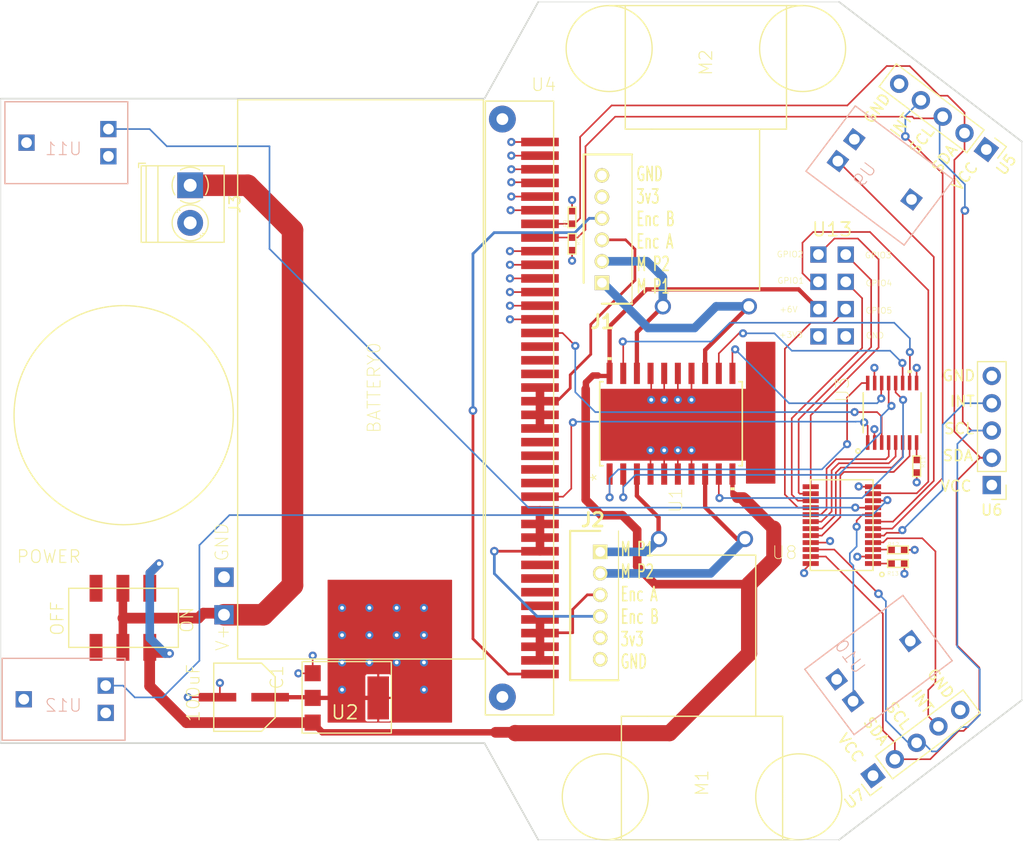
<source format=kicad_pcb>
(kicad_pcb (version 20211014) (generator pcbnew)
  (layers (0 "F.Cu" signal) (1 "In1.Cu" signal) (2 "In2.Cu" signal) (31 "B.Cu" signal) (34 "B.Paste" user) (35 "F.Paste" user) (36 "B.SilkS" user "B.Silkscreen") (37 "F.SilkS" user "F.Silkscreen") (38 "B.Mask" user) (39 "F.Mask" user) (44 "Edge.Cuts" user))
  (net 0 "")
  (net 1 "Net-(BATTERY0-Pad+)")
  (net 2 "/MR_B")
  (net 3 "/MR_A")
  (net 4 "/MR2")
  (net 5 "GND")
  (net 6 "+3V3")
  (net 7 "+5V")
  (net 8 "/MR1")
  (net 9 "/SDA")
  (net 10 "/SCL")
  (net 11 "/ML_B")
  (net 12 "Net-(R12-PadP$1)")
  (net 13 "Net-(R13-PadP$1)")
  (net 14 "/IO1")
  (net 15 "/IO2")
  (net 16 "/IO3")
  (net 17 "/IO4")
  (net 18 "/IO5")
  (net 19 "Net-(U1-Pad1)")
  (net 20 "Net-(U1-Pad2)")
  (net 21 "Net-(U1-Pad9)")
  (net 22 "Net-(U1-Pad11)")
  (net 23 "Net-(U1-Pad12)")
  (net 24 "Net-(U1-Pad19)")
  (net 25 "Net-(U3-Pad1)")
  (net 26 "Net-(U3-Pad3)")
  (net 27 "/INPUT_1")
  (net 28 "/INPUT_2")
  (net 29 "/INPUT_3")
  (net 30 "/INPUT_4")
  (net 31 "/ML_A")
  (net 32 "/ML2")
  (net 33 "/ML1")
  (net 34 "Net-(R11-PadP$1)")
  (net 45 "/XS3")
  (net 46 "/XS2")
  (net 47 "/XS1")
  (net 48 "/NW")
  (net 49 "/NE")
  (net 50 "/SW")
  (net 51 "/SE")
  (footprint "SO-20" (layer "F.Cu") (at 163.3581 105.2686 90)
    (fp_text reference "U1")
    (fp_text value "L293DD" hide)
  )
  (footprint "24-TSSOP" (layer "F.Cu") (at 182.1541 118.2861 180)
    (fp_text reference "U8")
    (fp_text value "TCA9539PWR" hide)
  )
  (footprint "" (layer "F.Cu") (at 103.5411 86.7836)
    (fp_text reference "@HOLE0" hide)
    (fp_text value "")
  )
  (footprint "Connector_PinHeader_2.54mm:PinHeader_1x05_P2.54mm_Vertical" (layer "F.Cu") (at 182.1541 138.0346 127)
    (fp_text reference "U7")
    (fp_text value "VL53L1X Left")
  )
  (footprint "" (layer "F.Cu") (at 103.5411 123.2236)
    (fp_text reference "@HOLE1" hide)
    (fp_text value "")
  )
  (footprint "TerminalBlock_Phoenix:TerminalBlock_Phoenix_PT-1,5-2-3.5-H_1x02_P3.50mm_Horizontal" (layer "F.Cu") (at 118.62 83.07 -90)
    (fp_text reference "J3")
    (fp_text value "Screw_Terminal_01x02")
  )
  (footprint "Connector_PinHeader_2.54mm:PinHeader_1x05_P2.54mm_Vertical" (layer "F.Cu") (at 192.6951 79.7416 -127)
    (fp_text reference "U5")
    (fp_text value "VL53L1X Right")
  )
  (footprint "SamacSys_Parts:SHDR6W50P0X200_1X6_1390X450X600P" (layer "F.Cu") (at 156.93 92.15 -90)
    (fp_text reference "J1")
    (fp_text value "Right Motor" hide)
  )
  (footprint "N20-MOTOR-BRACKET" (layer "F.Cu") (at 157.2411 140.0036 90)
    (fp_text reference "M1")
    (fp_text value "N20_MOTOR" hide)
  )
  (footprint "RES_0402" (layer "F.Cu") (at 154.1506 87.9331 -90)
    (fp_text reference "R10")
    (fp_text value "10k" hide)
  )
  (footprint "Connector_PinHeader_2.54mm:PinHeader_1x05_P2.54mm_Vertical" (layer "F.Cu") (at 193.2031 110.9836 180)
    (fp_text reference "U6")
    (fp_text value "VL53L1X Center")
  )
  (footprint "RES_0402" (layer "F.Cu") (at 183.8686 118.2861)
    (fp_text reference "R13")
    (fp_text value "10k" hide)
  )
  (footprint "SamacSys_Parts:SHDR6W50P0X200_1X6_1390X450X600P" (layer "F.Cu") (at 156.77 117.2 90)
    (fp_text reference "J2")
    (fp_text value "Left Motor" hide)
  )
  (footprint "CYCLONE_MICROBIT_VERTICAL" (layer "F.Cu") (at 151.1661 79.0431 -90)
    (fp_text reference "U4")
    (fp_text value "BBC Micro:bit" hide)
  )
  (footprint "N20-MOTOR-BRACKET" (layer "F.Cu") (at 175.6011 70.3436 -90)
    (fp_text reference "M2")
    (fp_text value "N20_MOTOR" hide)
  )
  (footprint "" (layer "F.Cu") (at 193.0011 118.2236)
    (fp_text reference "@HOLE3" hide)
    (fp_text value "")
  )
  (footprint "RES_0402" (layer "F.Cu") (at 154.1506 86.6631 90)
    (fp_text reference "R9")
    (fp_text value "10k" hide)
  )
  (footprint "ALUMINUM_WURTH_100UF_865080243007" (layer "F.Cu") (at 125.2581 130.7321 -90)
    (fp_text reference "C1")
    (fp_text value "100uF")
  )
  (footprint "PW16-L" (layer "F.Cu") (at 183.9321 104.2526 90)
    (fp_text reference "U3")
    (fp_text value "TXB0106PWRPW16-L" hide)
  )
  (footprint "CASTER" (layer "F.Cu") (at 112.4311 94.4736)
    (fp_text reference "U$1" hide)
    (fp_text value "CASTER" hide)
  )
  (footprint "RES_0402" (layer "F.Cu") (at 183.8686 117.0161)
    (fp_text reference "R12")
    (fp_text value "10k" hide)
  )
  (footprint "SUMO_IO" (layer "F.Cu") (at 177.0741 97.1406 90)
    (fp_text reference "U13")
    (fp_text value "SUMO_IO" hide)
  )
  (footprint "" (layer "F.Cu") (at 193.0011 91.7836)
    (fp_text reference "@HOLE2" hide)
    (fp_text value "")
  )
  (footprint "SOT-223" (layer "F.Cu") (at 136.1166 130.7956 -90)
    (fp_text reference "U2")
    (fp_text value "LM1117" hide)
  )
  (footprint "SWITCH_JS202011SCQN" (layer "F.Cu") (at 109.86 126.09 90)
    (fp_text reference "S1" hide)
    (fp_text value "POWER")
  )
  (footprint "BATTERY_HOLDER_AAA_2X2" (layer "F.Cu") (at 145.8956 127.1761 90)
    (fp_text reference "BATTERY0")
    (fp_text value "BATTERY_HOLDER_AAA_2X2" hide)
  )
  (footprint "RES_0402" (layer "F.Cu") (at 186.2181 108.6341 -90)
    (fp_text reference "R11")
    (fp_text value "10k" hide)
  )
  (footprint "QRE1113_MODULE" (layer "B.Cu") (at 180.5031 75.6776 -37)
    (fp_text reference "U9")
    (fp_text value "NW" hide)
  )
  (footprint "QRE1113_MODULE" (layer "B.Cu") (at 175.8041 128.1286 37)
    (fp_text reference "U10")
    (fp_text value "NE" hide)
  )
  (footprint "QRE1113_MODULE" (layer "B.Cu") (at 112.8121 82.9166 180)
    (fp_text reference "U11")
    (fp_text value "SW" hide)
  )
  (footprint "QRE1113_MODULE" (layer "B.Cu") (at 112.5581 134.7326 180)
    (fp_text reference "U12")
    (fp_text value "SE" hide)
  )
  (gr_line (start 101.0011 135.0036) (end 146.0011 135.0036) (layer "Edge.Cuts") (width 0.1524))
  (gr_line (start 146.0011 135.0036) (end 151.0011 144.0036) (layer "Edge.Cuts") (width 0.1524))
  (gr_line (start 146.0011 75.0036) (end 101.0011 75.0036) (layer "Edge.Cuts") (width 0.1524))
  (gr_line (start 179.0011 144.0036) (end 196.0011 131.0036) (layer "Edge.Cuts") (width 0.1524))
  (gr_line (start 196.0011 131.0036) (end 196.0011 79.0036) (layer "Edge.Cuts") (width 0.05))
  (gr_line (start 179.0011 66.0036) (end 151.0011 66.0036) (layer "Edge.Cuts") (width 0.05))
  (gr_line (start 101.0011 75.0036) (end 101.0011 135.0036) (layer "Edge.Cuts") (width 0.05))
  (gr_line (start 179.0011 66.0036) (end 196.0011 79.0036) (layer "Edge.Cuts") (width 0.1524))
  (gr_line (start 146.0011 75.0036) (end 151.0011 66.0036) (layer "Edge.Cuts") (width 0.1524))
  (gr_line (start 151.0011 144.0036) (end 179.0011 144.0036) (layer "Edge.Cuts") (width 0.05))
  (gr_text "GND\n3v3\nEnc B\nEnc A\nM P2\nM P1" (at 160.05 87.26) (layer "F.SilkS") (effects (font (size 1.3 0.8)) (justify left)))
  (gr_text "M P1\nM P2\nEnc A\nEnc B\n3v3\nGND" (at 158.58 122.19) (layer "F.SilkS") (effects (font (size 1.3 0.8)) (justify left)))
  (segment (start 121.7656 123.0561) (end 121.6195 122.91) (width 0.9) (layer "F.Cu") (net 1))
  (segment (start 118.62 83.07) (end 123.97 83.07) (width 2) (layer "F.Cu") (net 1))
  (segment (start 125.4039 123.0561) (end 121.7656 123.0561) (width 2) (layer "F.Cu") (net 1))
  (segment (start 128.14 120.32) (end 125.4039 123.0561) (width 2) (layer "F.Cu") (net 1))
  (segment (start 112.36 123.37) (end 112.36 120.59) (width 0.8) (layer "F.Cu") (net 1))
  (segment (start 119.38 123.37) (end 119.84 122.91) (width 1) (layer "F.Cu") (net 1))
  (segment (start 123.97 83.07) (end 128.14 87.24) (width 2) (layer "F.Cu") (net 1))
  (segment (start 128.14 87.24) (end 128.14 120.32) (width 2) (layer "F.Cu") (net 1))
  (segment (start 121.6195 122.91) (end 119.84 122.91) (width 1) (layer "F.Cu") (net 1))
  (segment (start 112.36 123.37) (end 119.38 123.37) (width 1) (layer "F.Cu") (net 1))
  (segment (start 112.36 126.09) (end 112.36 123.37) (width 0.8) (layer "F.Cu") (net 1))
  (segment (start 144.93 104.04) (end 144.93 125.29) (width 0.254) (layer "F.Cu") (net 2))
  (segment (start 148.2131 128.5731) (end 151.1661 128.5731) (width 0.254) (layer "F.Cu") (net 2))
  (segment (start 144.93 125.29) (end 148.2131 128.5731) (width 0.254) (layer "F.Cu") (net 2))
  (via (at 144.93 104.04) (size 0.8) (drill 0.4) (layers "F.Cu" "B.Cu") (net 2))
  (segment (start 144.93 89.45) (end 146.9 87.48) (width 0.254) (layer "B.Cu") (net 2))
  (segment (start 154.41 87.48) (end 149.68 87.48) (width 0.25) (layer "B.Cu") (net 2))
  (segment (start 156.93 86.15) (end 155.74 86.15) (width 0.25) (layer "B.Cu") (net 2))
  (segment (start 155.74 86.15) (end 154.41 87.48) (width 0.25) (layer "B.Cu") (net 2))
  (segment (start 146.9 87.48) (end 149.68 87.48) (width 0.254) (layer "B.Cu") (net 2))
  (segment (start 144.93 104.04) (end 144.93 89.45) (width 0.254) (layer "B.Cu") (net 2))
  (segment (start 155.89 96.03) (end 155.89 98.81) (width 0.254) (layer "F.Cu") (net 3))
  (segment (start 151.1661 105.7131) (end 151.1661 104.4431) (width 0.8) (layer "F.Cu") (net 3))
  (segment (start 156.93 88.15) (end 159.13 88.15) (width 0.25) (layer "F.Cu") (net 3))
  (segment (start 152.7669 103.1731) (end 151.1661 103.1731) (width 0.254) (layer "F.Cu") (net 3))
  (segment (start 159.13 88.15) (end 160 89.02) (width 0.25) (layer "F.Cu") (net 3))
  (segment (start 151.1661 104.4431) (end 151.1661 103.1731) (width 0.8) (layer "F.Cu") (net 3))
  (segment (start 151.1661 103.1731) (end 151.1661 101.9031) (width 0.8) (layer "F.Cu") (net 3))
  (segment (start 153.98 100.72) (end 153.98 101.96) (width 0.254) (layer "F.Cu") (net 3))
  (segment (start 160 91.92) (end 155.89 96.03) (width 0.254) (layer "F.Cu") (net 3))
  (segment (start 155.89 98.81) (end 153.98 100.72) (width 0.254) (layer "F.Cu") (net 3))
  (segment (start 153.98 101.96) (end 152.7669 103.1731) (width 0.254) (layer "F.Cu") (net 3))
  (segment (start 160 89.02) (end 160 91.92) (width 0.254) (layer "F.Cu") (net 3))
  (segment (start 160.1831 96.7616) (end 162.6011 94.3436) (width 0.4) (layer "F.Cu") (net 4))
  (segment (start 160.1831 100.5823) (end 160.1831 96.7616) (width 0.4) (layer "F.Cu") (net 4))
  (segment (start 161.11 90.15) (end 162.6011 91.6411) (width 0.8) (layer "B.Cu") (net 4))
  (segment (start 156.93 90.15) (end 161.11 90.15) (width 0.8) (layer "B.Cu") (net 4))
  (segment (start 162.6011 91.6411) (end 162.6011 94.3436) (width 0.8) (layer "B.Cu") (net 4))
  (segment (start 151.1661 84.1231) (end 148.4991 84.1231) (width 0.1524) (layer "F.Cu") (net 5))
  (segment (start 151.1026 82.7896) (end 148.4991 82.7896) (width 0.1524) (layer "F.Cu") (net 5))
  (segment (start 151.1661 82.8531) (end 151.1026 82.7896) (width 0.1524) (layer "F.Cu") (net 5))
  (segment (start 180.7086 117.6361) (end 180.6936 117.6511) (width 0.1524) (layer "F.Cu") (net 5))
  (segment (start 162.7231 100.5823) (end 162.7231 103.0461) (width 0.1524) (layer "F.Cu") (net 5))
  (segment (start 165.2631 100.5823) (end 165.2631 103.0461) (width 0.1524) (layer "F.Cu") (net 5))
  (segment (start 121.3846 129.3986) (end 121.3846 130.5056) (width 0.1524) (layer "F.Cu") (net 5))
  (segment (start 151.1661 81.5831) (end 148.4991 81.5831) (width 0.1524) (layer "F.Cu") (net 5))
  (segment (start 121.3846 130.5056) (end 121.1581 130.7321) (width 0.1524) (layer "F.Cu") (net 5))
  (segment (start 161.4531 109.9549) (end 161.4531 107.7451) (width 0.1524) (layer "F.Cu") (net 5))
  (segment (start 162.7231 109.9549) (end 162.7231 107.7451) (width 0.1524) (layer "F.Cu") (net 5))
  (segment (start 130.0166 126.8626) (end 130.0206 126.8586) (width 0.1524) (layer "F.Cu") (net 5))
  (segment (start 151.1661 85.3931) (end 148.4356 85.3931) (width 0.1524) (layer "F.Cu") (net 5))
  (segment (start 151.1661 79.0431) (end 148.4991 79.0431) (width 0.1524) (layer "F.Cu") (net 5))
  (segment (start 163.9931 100.5823) (end 163.9931 103.0461) (width 0.1524) (layer "F.Cu") (net 5))
  (segment (start 161.4531 100.5823) (end 161.5166 100.6458) (width 0.1524) (layer "F.Cu") (net 5))
  (segment (start 186.2071 101.4832) (end 186.2071 100.0726) (width 0.1524) (layer "F.Cu") (net 5))
  (segment (start 182.1541 117.6361) (end 180.7086 117.6361) (width 0.1524) (layer "F.Cu") (net 5))
  (segment (start 163.9931 109.9549) (end 163.9931 107.7451) (width 0.1524) (layer "F.Cu") (net 5))
  (segment (start 176.3541 116.3361) (end 178.0081 116.3361) (width 0.1524) (layer "F.Cu") (net 5))
  (segment (start 182.1541 111.1361) (end 180.8461 111.1361) (width 0.1524) (layer "F.Cu") (net 5))
  (segment (start 151.1661 80.3131) (end 148.4991 80.3131) (width 0.1524) (layer "F.Cu") (net 5))
  (segment (start 121.1581 130.7321) (end 118.4001 130.7321) (width 0.1524) (layer "F.Cu") (net 5))
  (segment (start 161.5166 100.6458) (end 161.5166 103.0461) (width 0.1524) (layer "F.Cu") (net 5))
  (segment (start 165.2631 109.9549) (end 165.2631 107.7451) (width 0.1524) (layer "F.Cu") (net 5))
  (segment (start 178.0081 116.3361) (end 178.1536 116.1906) (width 0.1524) (layer "F.Cu") (net 5))
  (segment (start 186.2071 100.0726) (end 186.2181 100.0616) (width 0.1524) (layer "F.Cu") (net 5))
  (segment (start 130.0026 128.5096) (end 130.0166 128.4956) (width 0.1524) (layer "F.Cu") (net 5))
  (segment (start 128.6871 128.5096) (end 130.0026 128.5096) (width 0.1524) (layer "F.Cu") (net 5))
  (segment (start 130.0166 128.4956) (end 130.0166 126.8626) (width 0.1524) (layer "F.Cu") (net 5))
  (segment (start 180.8461 111.1361) (end 180.8206 111.1106) (width 0.1524) (layer "F.Cu") (net 5))
  (via (at 148.4991 84.1231) (size 0.7564) (drill 0.35) (layers "F.Cu" "B.Cu") (net 5))
  (via (at 161.4531 107.7451) (size 0.7564) (drill 0.35) (layers "F.Cu" "B.Cu") (net 5))
  (via (at 148.4991 81.5831) (size 0.7564) (drill 0.35) (layers "F.Cu" "B.Cu") (net 5))
  (via (at 118.4001 130.7321) (size 0.7564) (drill 0.35) (layers "F.Cu" "B.Cu") (net 5))
  (via (at 121.3846 129.3986) (size 0.7564) (drill 0.35) (layers "F.Cu" "B.Cu") (net 5))
  (via (at 186.2181 100.0616) (size 0.7564) (drill 0.35) (layers "F.Cu" "B.Cu") (net 5))
  (via (at 180.6936 117.6511) (size 0.7564) (drill 0.35) (layers "F.Cu" "B.Cu") (net 5))
  (via (at 163.9931 107.7451) (size 0.7564) (drill 0.35) (layers "F.Cu" "B.Cu") (net 5))
  (via (at 148.4991 80.3131) (size 0.7564) (drill 0.35) (layers "F.Cu" "B.Cu") (net 5))
  (via (at 165.2631 107.7451) (size 0.7564) (drill 0.35) (layers "F.Cu" "B.Cu") (net 5))
  (via (at 130.0206 126.8586) (size 0.7564) (drill 0.35) (layers "F.Cu" "B.Cu") (net 5))
  (via (at 165.2631 103.0461) (size 0.7564) (drill 0.35) (layers "F.Cu" "B.Cu") (net 5))
  (via (at 161.5166 103.0461) (size 0.7564) (drill 0.35) (layers "F.Cu" "B.Cu") (net 5))
  (via (at 162.7231 103.0461) (size 0.7564) (drill 0.35) (layers "F.Cu" "B.Cu") (net 5))
  (via (at 148.4356 85.3931) (size 0.7564) (drill 0.35) (layers "F.Cu" "B.Cu") (net 5))
  (via (at 178.1536 116.1906) (size 0.7564) (drill 0.35) (layers "F.Cu" "B.Cu") (net 5))
  (via (at 128.6871 128.5096) (size 0.7564) (drill 0.35) (layers "F.Cu" "B.Cu") (net 5))
  (via (at 162.7231 107.7451) (size 0.7564) (drill 0.35) (layers "F.Cu" "B.Cu") (net 5))
  (via (at 163.9931 103.0461) (size 0.7564) (drill 0.35) (layers "F.Cu" "B.Cu") (net 5))
  (via (at 180.8206 111.1106) (size 0.7564) (drill 0.35) (layers "F.Cu" "B.Cu") (net 5))
  (via (at 148.4991 82.7896) (size 0.7564) (drill 0.35) (layers "F.Cu" "B.Cu") (net 5))
  (via (at 148.4991 79.0431) (size 0.7564) (drill 0.35) (layers "F.Cu" "B.Cu") (net 5))
  (segment (start 182.2811 106.996) (end 182.2811 105.7766) (width 0.1524) (layer "F.Cu") (net 6))
  (segment (start 151.1661 95.5531) (end 148.3721 95.5531) (width 0.1524) (layer "F.Cu") (net 6))
  (segment (start 151.1661 93.0131) (end 148.3721 93.0131) (width 0.1524) (layer "F.Cu") (net 6))
  (segment (start 151.1661 89.2031) (end 148.3721 89.2031) (width 0.1524) (layer "F.Cu") (net 6))
  (segment (start 186.2181 109.8281) (end 186.2181 110.7296) (width 0.1524) (layer "F.Cu") (net 6))
  (segment (start 154.1506 89.1271) (end 154.1506 90.0921) (width 0.1524) (layer "F.Cu") (net 6))
  (segment (start 185.0751 118.2986) (end 185.0751 119.2386) (width 0.1524) (layer "F.Cu") (net 6))
  (segment (start 182.3071 107.022) (end 182.2811 106.996) (width 0.1524) (layer "F.Cu") (net 6))
  (segment (start 185.0626 117.0161) (end 186.0276 117.0161) (width 0.1524) (layer "F.Cu") (net 6))
  (segment (start 151.1661 91.7431) (end 148.3721 91.7431) (width 0.1524) (layer "F.Cu") (net 6))
  (segment (start 185.0626 118.2861) (end 185.0751 118.2986) (width 0.1524) (layer "F.Cu") (net 6))
  (segment (start 130.0166 130.7956) (end 136.1166 130.7956) (width 0.4) (layer "F.Cu") (net 6))
  (segment (start 175.7406 118.8996) (end 175.7406 119.1751) (width 0.1524) (layer "F.Cu") (net 6))
  (segment (start 129.9531 130.7321) (end 126.0581 130.7321) (width 0.4) (layer "F.Cu") (net 6))
  (segment (start 151.1661 90.4731) (end 148.3721 90.4731) (width 0.1524) (layer "F.Cu") (net 6))
  (segment (start 176.3541 118.2861) (end 175.7406 118.8996) (width 0.1524) (layer "F.Cu") (net 6))
  (segment (start 154.1506 85.4691) (end 154.1506 84.4406) (width 0.1524) (layer "F.Cu") (net 6))
  (segment (start 151.1661 94.2831) (end 148.3721 94.2831) (width 0.1524) (layer "F.Cu") (net 6))
  (segment (start 129.9531 130.7321) (end 130.0166 130.7956) (width 0.1524) (layer "F.Cu") (net 6))
  (via (at 186.2181 110.7296) (size 0.7564) (drill 0.35) (layers "F.Cu" "B.Cu") (net 6))
  (via (at 148.3721 90.4731) (size 0.7564) (drill 0.35) (layers "F.Cu" "B.Cu") (net 6))
  (via (at 137.8311 124.9536) (size 0.7564) (drill 0.35) (layers "F.Cu" "B.Cu") (net 6))
  (via (at 135.2911 124.9536) (size 0.7564) (drill 0.35) (layers "F.Cu" "B.Cu") (net 6))
  (via (at 182.2811 105.7766) (size 0.7564) (drill 0.35) (layers "F.Cu" "B.Cu") (net 6))
  (via (at 154.1506 84.4406) (size 0.7564) (drill 0.35) (layers "F.Cu" "B.Cu") (net 6))
  (via (at 140.3711 130.0336) (size 0.7564) (drill 0.35) (layers "F.Cu" "B.Cu") (net 6))
  (via (at 140.3711 124.9536) (size 0.7564) (drill 0.35) (layers "F.Cu" "B.Cu") (net 6))
  (via (at 135.2911 127.4936) (size 0.7564) (drill 0.35) (layers "F.Cu" "B.Cu") (net 6))
  (via (at 135.2911 122.4136) (size 0.7564) (drill 0.35) (layers "F.Cu" "B.Cu") (net 6))
  (via (at 148.3721 91.7431) (size 0.7564) (drill 0.35) (layers "F.Cu" "B.Cu") (net 6))
  (via (at 132.7511 127.4936) (size 0.7564) (drill 0.35) (layers "F.Cu" "B.Cu") (net 6))
  (via (at 148.3721 95.5531) (size 0.7564) (drill 0.35) (layers "F.Cu" "B.Cu") (net 6))
  (via (at 137.8311 122.4136) (size 0.7564) (drill 0.35) (layers "F.Cu" "B.Cu") (net 6))
  (via (at 185.0751 119.2386) (size 0.7564) (drill 0.35) (layers "F.Cu" "B.Cu") (net 6))
  (via (at 154.1506 90.0921) (size 0.7564) (drill 0.35) (layers "F.Cu" "B.Cu") (net 6))
  (via (at 132.7511 124.9536) (size 0.7564) (drill 0.35) (layers "F.Cu" "B.Cu") (net 6))
  (via (at 175.7406 119.1751) (size 0.7564) (drill 0.35) (layers "F.Cu" "B.Cu") (net 6))
  (via (at 140.3711 122.4136) (size 0.7564) (drill 0.35) (layers "F.Cu" "B.Cu") (net 6))
  (via (at 140.3711 127.4936) (size 0.7564) (drill 0.35) (layers "F.Cu" "B.Cu") (net 6))
  (via (at 132.7511 130.0336) (size 0.7564) (drill 0.35) (layers "F.Cu" "B.Cu") (net 6))
  (via (at 137.8311 127.4936) (size 0.7564) (drill 0.35) (layers "F.Cu" "B.Cu") (net 6))
  (via (at 148.3721 89.2031) (size 0.7564) (drill 0.35) (layers "F.Cu" "B.Cu") (net 6))
  (via (at 132.7511 122.4136) (size 0.7564) (drill 0.35) (layers "F.Cu" "B.Cu") (net 6))
  (via (at 186.0276 117.0161) (size 0.7564) (drill 0.35) (layers "F.Cu" "B.Cu") (net 6))
  (via (at 148.3721 93.0131) (size 0.7564) (drill 0.35) (layers "F.Cu" "B.Cu") (net 6))
  (via (at 148.3721 94.2831) (size 0.7564) (drill 0.35) (layers "F.Cu" "B.Cu") (net 6))
  (segment (start 160.21 115.17) (end 160.21 118.56) (width 0.8) (layer "F.Cu") (net 7))
  (segment (start 157.6431 100.5823) (end 157.4018 100.8236) (width 0.1524) (layer "F.Cu") (net 7))
  (segment (start 161.86 120.21) (end 170.62 120.21) (width 0.8) (layer "F.Cu") (net 7))
  (segment (start 148.77 134) (end 147.03 134) (width 1) (layer "F.Cu") (net 7))
  (segment (start 163.22 134.08) (end 170.62 126.68) (width 1.5) (layer "F.Cu") (net 7))
  (segment (start 130.0166 133.0956) (end 130.5412 133.6202) (width 0.1524) (layer "F.Cu") (net 7))
  (segment (start 157.4018 100.8236) (end 156.7364 100.8236) (width 0.4) (layer "F.Cu") (net 7))
  (segment (start 114.86 119.62) (end 114.86 119.17) (width 0.8) (layer "F.Cu") (net 7))
  (segment (start 114.85 129.69) (end 114.85 126.1) (width 1) (layer "F.Cu") (net 7))
  (segment (start 130.0166 133.0956) (end 118.2556 133.0956) (width 1) (layer "F.Cu") (net 7))
  (segment (start 170.62 126.68) (end 170.62 120.21) (width 1.5) (layer "F.Cu") (net 7))
  (segment (start 148.85 134.06) (end 148.87 134.08) (width 1.5) (layer "F.Cu") (net 7))
  (segment (start 169.0731 111.7331) (end 169.22 111.88) (width 0.4) (layer "F.Cu") (net 7))
  (segment (start 161.0809 92.7591) (end 157.6431 96.1969) (width 0.4) (layer "F.Cu") (net 7))
  (segment (start 169.0731 109.9549) (end 169.0731 111.7331) (width 0.4) (layer "F.Cu") (net 7))
  (segment (start 172.9169 117.9131) (end 172.9169 114.9869) (width 1.4) (layer "F.Cu") (net 7))
  (segment (start 130.5412 133.6202) (end 130.921 134) (width 0.6) (layer "F.Cu") (net 7))
  (segment (start 130.921 134) (end 147.03 134) (width 0.6) (layer "F.Cu") (net 7))
  (segment (start 169.22 111.88) (end 169.4331 112.0931) (width 0.7) (layer "F.Cu") (net 7))
  (segment (start 160.21 118.56) (end 161.86 120.21) (width 0.8) (layer "F.Cu") (net 7))
  (segment (start 172.9938 115.1438) (end 170.21 112.36) (width 1.2) (layer "F.Cu") (net 7))
  (segment (start 155.44 101.42) (end 155.44 101.96) (width 0.6) (layer "F.Cu") (net 7))
  (segment (start 114.86 119.17) (end 115.73 118.3) (width 0.8) (layer "F.Cu") (net 7))
  (segment (start 182.2811 101.457197) (end 182.2811 100.0616) (width 0.1524) (layer "F.Cu") (net 7))
  (segment (start 114.85 126.66) (end 114.85 129.69) (width 0.8) (layer "F.Cu") (net 7))
  (segment (start 156.87 113.79) (end 158.83 113.79) (width 0.8) (layer "F.Cu") (net 7))
  (segment (start 114.85 126.1) (end 114.86 126.09) (width 1) (layer "F.Cu") (net 7))
  (segment (start 170.62 120.21) (end 172.9169 117.9131) (width 1.5) (layer "F.Cu") (net 7))
  (segment (start 177.0741 94.6006) (end 175.2326 92.7591) (width 0.4) (layer "F.Cu") (net 7))
  (segment (start 118.2556 133.0956) (end 114.85 129.69) (width 1) (layer "F.Cu") (net 7))
  (segment (start 169.525 112.15) (end 170.115 112.15) (width 1) (layer "F.Cu") (net 7))
  (segment (start 114.86 120.59) (end 114.86 119.62) (width 0.8) (layer "F.Cu") (net 7))
  (segment (start 155.42 112.34) (end 156.87 113.79) (width 0.8) (layer "F.Cu") (net 7))
  (segment (start 156.084575 100.785425) (end 155.455425 101.414575) (width 0.6) (layer "F.Cu") (net 7))
  (segment (start 116.7 126.66) (end 114.85 126.66) (width 0.8) (layer "F.Cu") (net 7))
  (segment (start 148.87 134.08) (end 163.22 134.08) (width 1.5) (layer "F.Cu") (net 7))
  (segment (start 155.42 102.04) (end 155.42 112.34) (width 0.8) (layer "F.Cu") (net 7))
  (segment (start 182.307103 101.4832) (end 182.2811 101.457197) (width 0.1524) (layer "F.Cu") (net 7))
  (segment (start 158.83 113.79) (end 160.21 115.17) (width 0.8) (layer "F.Cu") (net 7))
  (segment (start 175.2326 92.7591) (end 161.0809 92.7591) (width 0.4) (layer "F.Cu") (net 7))
  (segment (start 157.6431 96.1969) (end 157.6431 100.5823) (width 0.4) (layer "F.Cu") (net 7))
  (segment (start 156.56915 100.78085) (end 156.13915 100.78085) (width 0.6) (layer "F.Cu") (net 7))
  (via (at 116.7 126.66) (size 0.8) (drill 0.4) (layers "F.Cu" "B.Cu") (net 7))
  (via (at 115.73 118.3) (size 0.8) (drill 0.4) (layers "F.Cu" "B.Cu") (net 7))
  (via (at 182.2811 100.0616) (size 0.7564) (drill 0.35) (layers "F.Cu" "B.Cu") (net 7))
  (segment (start 114.86 119.17) (end 114.86 125.23) (width 0.8) (layer "B.Cu") (net 7))
  (segment (start 114.86 125.23) (end 116.29 126.66) (width 0.8) (layer "B.Cu") (net 7))
  (segment (start 116.29 126.66) (end 116.7 126.66) (width 0.8) (layer "B.Cu") (net 7))
  (segment (start 115.73 118.3) (end 114.86 119.17) (width 0.8) (layer "B.Cu") (net 7))
  (segment (start 166.5331 100.5823) (end 166.5331 98.4116) (width 0.4) (layer "F.Cu") (net 8))
  (segment (start 166.5331 98.4116) (end 170.6011 94.3436) (width 0.4) (layer "F.Cu") (net 8))
  (segment (start 167.5564 94.3436) (end 170.6011 94.3436) (width 0.8) (layer "B.Cu") (net 8))
  (segment (start 161.23 96.36) (end 165.54 96.36) (width 0.8) (layer "B.Cu") (net 8))
  (segment (start 156.93 92.15) (end 157.02 92.15) (width 0.8) (layer "B.Cu") (net 8))
  (segment (start 157.02 92.15) (end 161.23 96.36) (width 0.8) (layer "B.Cu") (net 8))
  (segment (start 165.54 96.36) (end 167.5564 94.3436) (width 0.8) (layer "B.Cu") (net 8))
  (segment (start 190.666566 79.763434) (end 189.72 80.71) (width 0.1524) (layer "F.Cu") (net 9))
  (segment (start 190.11 133.87) (end 187.47401 136.50599) (width 0.1524) (layer "F.Cu") (net 9))
  (segment (start 154.9 86.14) (end 154.9 78.57) (width 0.1524) (layer "F.Cu") (net 9))
  (segment (start 176.3541 117.6361) (end 177.7576 117.6361) (width 0.1524) (layer "F.Cu") (net 9))
  (segment (start 184.182634 134.942634) (end 184.182634 136.50599) (width 0.1524) (layer "F.Cu") (net 9))
  (segment (start 154.9 78.57) (end 157.83 75.64) (width 0.1524) (layer "F.Cu") (net 9))
  (segment (start 190.666566 78.21299) (end 190.666566 79.763434) (width 0.1524) (layer "F.Cu") (net 9))
  (segment (start 154.1506 86.6631) (end 154.3769 86.6631) (width 0.1524) (layer "F.Cu") (net 9))
  (segment (start 190.666566 76.306566) (end 190.666566 78.21299) (width 0.1524) (layer "F.Cu") (net 9))
  (segment (start 183.07 133.83) (end 184.182634 134.942634) (width 0.1524) (layer "F.Cu") (net 9))
  (segment (start 181.13075 121.00925) (end 183.07 122.9485) (width 0.1524) (layer "F.Cu") (net 9))
  (segment (start 192.1636 108.4436) (end 193.2031 108.4436) (width 0.1524) (layer "F.Cu") (net 9))
  (segment (start 189.72 106) (end 192.1636 108.4436) (width 0.1524) (layer "F.Cu") (net 9))
  (segment (start 183.07 122.9485) (end 183.07 133.83) (width 0.1524) (layer "F.Cu") (net 9))
  (segment (start 187.47401 136.50599) (end 184.182634 136.50599) (width 0.1524) (layer "F.Cu") (net 9))
  (segment (start 189.09 74.73) (end 190.666566 76.306566) (width 0.1524) (layer "F.Cu") (net 9))
  (segment (start 189.93 110.6) (end 189.93 125.86) (width 0.1524) (layer "F.Cu") (net 9))
  (segment (start 183.43 71.97) (end 185.56 71.97) (width 0.1524) (layer "F.Cu") (net 9))
  (segment (start 190.58 133.87) (end 190.11 133.87) (width 0.1524) (layer "F.Cu") (net 9))
  (segment (start 189.93 125.86) (end 192.04 127.97) (width 0.1524) (layer "F.Cu") (net 9))
  (segment (start 177.7576 117.6361) (end 181.13075 121.00925) (width 0.1524) (layer "F.Cu") (net 9))
  (segment (start 192.04 132.41) (end 190.58 133.87) (width 0.1524) (layer "F.Cu") (net 9))
  (segment (start 189.72 80.71) (end 189.72 106) (width 0.1524) (layer "F.Cu") (net 9))
  (segment (start 151.1661 86.6631) (end 154.1506 86.6631) (width 0.1524) (layer "F.Cu") (net 9))
  (segment (start 192.0864 108.4436) (end 189.93 110.6) (width 0.1524) (layer "F.Cu") (net 9))
  (segment (start 193.2031 108.4436) (end 192.0864 108.4436) (width 0.1524) (layer "F.Cu") (net 9))
  (segment (start 188.32 74.73) (end 189.09 74.73) (width 0.1524) (layer "F.Cu") (net 9))
  (segment (start 185.56 71.97) (end 188.32 74.73) (width 0.1524) (layer "F.Cu") (net 9))
  (segment (start 192.04 127.97) (end 192.04 132.41) (width 0.1524) (layer "F.Cu") (net 9))
  (segment (start 179.76 75.64) (end 183.43 71.97) (width 0.1524) (layer "F.Cu") (net 9))
  (segment (start 157.83 75.64) (end 179.76 75.64) (width 0.1524) (layer "F.Cu") (net 9))
  (segment (start 154.3769 86.6631) (end 154.9 86.14) (width 0.1524) (layer "F.Cu") (net 9))
  (segment (start 155.4 79.45) (end 158.165618 76.684382) (width 0.1524) (layer "F.Cu") (net 10))
  (segment (start 190.7 85.42) (end 190.5 85.62) (width 0.1524) (layer "F.Cu") (net 10))
  (segment (start 178.5461 116.9861) (end 182.66 121.1) (width 0.1524) (layer "F.Cu") (net 10))
  (segment (start 176.3541 116.9861) (end 178.5461 116.9861) (width 0.1524) (layer "F.Cu") (net 10))
  (segment (start 185.814382 76.684382) (end 185.97 76.84) (width 0.1524) (layer "F.Cu") (net 10))
  (segment (start 155.4 87.2062) (end 155.4 79.45) (width 0.1524) (layer "F.Cu") (net 10))
  (segment (start 190.5 85.62) (end 190.5 105.08) (width 0.1524) (layer "F.Cu") (net 10))
  (segment (start 158.165618 76.684382) (end 185.814382 76.684382) (width 0.1524) (layer "F.Cu") (net 10))
  (segment (start 188.482412 76.84) (end 188.638032 76.68438) (width 0.1524) (layer "F.Cu") (net 10))
  (segment (start 190.5 105.08) (end 191.3236 105.9036) (width 0.1524) (layer "F.Cu") (net 10))
  (segment (start 185.97 76.84) (end 188.482412 76.84) (width 0.1524) (layer "F.Cu") (net 10))
  (segment (start 154.6731 87.9331) (end 155.4 87.2062) (width 0.1524) (layer "F.Cu") (net 10))
  (segment (start 191.3236 105.9036) (end 193.2031 105.9036) (width 0.1524) (layer "F.Cu") (net 10))
  (segment (start 154.1506 87.9331) (end 154.6731 87.9331) (width 0.1524) (layer "F.Cu") (net 10))
  (segment (start 151.1661 87.9331) (end 154.1506 87.9331) (width 0.1524) (layer "F.Cu") (net 10))
  (via (at 182.66 121.1) (size 0.8) (drill 0.4) (layers "F.Cu" "B.Cu") (net 10))
  (via (at 190.7 85.42) (size 0.8) (drill 0.4) (layers "F.Cu" "B.Cu") (net 10))
  (segment (start 188.35 80.64) (end 188.35 76.972412) (width 0.1524) (layer "B.Cu") (net 10))
  (segment (start 190 126.03) (end 190 107.15) (width 0.1524) (layer "B.Cu") (net 10))
  (segment (start 187.64 135.78) (end 188.09 135.78) (width 0.1524) (layer "B.Cu") (net 10))
  (segment (start 190.36 133.51) (end 190.99 133.51) (width 0.1524) (layer "B.Cu") (net 10))
  (segment (start 190.7 82.99) (end 188.35 80.64) (width 0.1524) (layer "B.Cu") (net 10))
  (segment (start 191.2464 105.9036) (end 193.2031 105.9036) (width 0.1524) (layer "B.Cu") (net 10))
  (segment (start 192.09 132.39) (end 192.09 128.12) (width 0.1524) (layer "B.Cu") (net 10))
  (segment (start 182.66 121.1) (end 183.35 121.79) (width 0.1524) (layer "B.Cu") (net 10))
  (segment (start 188.35 76.972412) (end 188.638032 76.68438) (width 0.1524) (layer "B.Cu") (net 10))
  (segment (start 185.43738 134.97738) (end 186.211168 134.97738) (width 0.1524) (layer "B.Cu") (net 10))
  (segment (start 190.99 133.51) (end 190.98 133.5) (width 0.1524) (layer "B.Cu") (net 10))
  (segment (start 190.98 133.5) (end 192.09 132.39) (width 0.1524) (layer "B.Cu") (net 10))
  (segment (start 190 107.15) (end 191.2464 105.9036) (width 0.1524) (layer "B.Cu") (net 10))
  (segment (start 188.09 135.78) (end 190.36 133.51) (width 0.1524) (layer "B.Cu") (net 10))
  (segment (start 183.35 121.79) (end 183.35 132.89) (width 0.1524) (layer "B.Cu") (net 10))
  (segment (start 186.211168 134.97738) (end 186.83738 134.97738) (width 0.1524) (layer "B.Cu") (net 10))
  (segment (start 190.7 85.42) (end 190.7 82.99) (width 0.1524) (layer "B.Cu") (net 10))
  (segment (start 192.09 128.12) (end 190 126.03) (width 0.1524) (layer "B.Cu") (net 10))
  (segment (start 183.35 132.89) (end 185.43738 134.97738) (width 0.1524) (layer "B.Cu") (net 10))
  (segment (start 186.83738 134.97738) (end 187.64 135.78) (width 0.1524) (layer "B.Cu") (net 10))
  (segment (start 151.1661 117.1431) (end 151.1661 115.8731) (width 0.8) (layer "F.Cu") (net 11))
  (segment (start 151.163 117.14) (end 151.1661 117.1431) (width 0.254) (layer "F.Cu") (net 11))
  (segment (start 151.1661 115.8731) (end 151.1661 114.6031) (width 0.8) (layer "F.Cu") (net 11))
  (segment (start 146.92 117.14) (end 151.163 117.14) (width 0.254) (layer "F.Cu") (net 11))
  (segment (start 151.1661 114.6031) (end 151.1661 113.3331) (width 0.8) (layer "F.Cu") (net 11))
  (via (at 146.92 117.14) (size 0.8) (drill 0.4) (layers "F.Cu" "B.Cu") (net 11))
  (segment (start 156.77 123.2) (end 150.89 123.2) (width 0.25) (layer "B.Cu") (net 11))
  (segment (start 146.92 119.23) (end 146.92 117.14) (width 0.254) (layer "B.Cu") (net 11))
  (segment (start 150.89 123.2) (end 146.92 119.23) (width 0.25) (layer "B.Cu") (net 11))
  (segment (start 183.8386 116.9861) (end 183.8686 117.0161) (width 0.1524) (layer "F.Cu") (net 12))
  (segment (start 182.1541 116.9861) (end 183.8386 116.9861) (width 0.1524) (layer "F.Cu") (net 12))
  (segment (start 182.1541 118.2861) (end 183.8686 118.2861) (width 0.1524) (layer "F.Cu") (net 13))
  (segment (start 176.59 87.42) (end 181.87 87.42) (width 0.1524) (layer "F.Cu") (net 14))
  (segment (start 187.2976 92.8476) (end 187.2976 110.6661) (width 0.1524) (layer "F.Cu") (net 14))
  (segment (start 186.2181 111.7456) (end 182.1946 111.7456) (width 0.1524) (layer "F.Cu") (net 14))
  (segment (start 182.1946 111.7456) (end 182.1541 111.7861) (width 0.1524) (layer "F.Cu") (net 14))
  (segment (start 177.0741 92.0606) (end 176.3906 92.0606) (width 0.1524) (layer "F.Cu") (net 14))
  (segment (start 187.2976 110.6661) (end 186.2181 111.7456) (width 0.1524) (layer "F.Cu") (net 14))
  (segment (start 175.59 88.42) (end 176.59 87.42) (width 0.1524) (layer "F.Cu") (net 14))
  (segment (start 181.87 87.42) (end 187.2976 92.8476) (width 0.1524) (layer "F.Cu") (net 14))
  (segment (start 175.59 91.26) (end 175.59 88.42) (width 0.1524) (layer "F.Cu") (net 14))
  (segment (start 176.3906 92.0606) (end 175.59 91.26) (width 0.1524) (layer "F.Cu") (net 14))
  (segment (start 182.67 89.96) (end 180.74 88.03) (width 0.1524) (layer "F.Cu") (net 15))
  (segment (start 176.3541 104.4859) (end 182.67 98.17) (width 0.1524) (layer "F.Cu") (net 15))
  (segment (start 178.5647 88.03) (end 177.0741 89.5206) (width 0.1524) (layer "F.Cu") (net 15))
  (segment (start 180.74 88.03) (end 178.5647 88.03) (width 0.1524) (layer "F.Cu") (net 15))
  (segment (start 176.3541 111.1361) (end 176.3541 104.4859) (width 0.1524) (layer "F.Cu") (net 15))
  (segment (start 182.67 98.17) (end 182.67 89.96) (width 0.1524) (layer "F.Cu") (net 15))
  (segment (start 175.3366 111.7861) (end 175.2326 111.6821) (width 0.1524) (layer "F.Cu") (net 16))
  (segment (start 181.98 91.8865) (end 179.6141 89.5206) (width 0.1524) (layer "F.Cu") (net 16))
  (segment (start 175.2326 111.6821) (end 175.2326 104.8774) (width 0.1524) (layer "F.Cu") (net 16))
  (segment (start 181.98 98.13) (end 181.98 91.8865) (width 0.1524) (layer "F.Cu") (net 16))
  (segment (start 176.3541 111.7861) (end 175.3366 111.7861) (width 0.1524) (layer "F.Cu") (net 16))
  (segment (start 175.2326 104.8774) (end 181.98 98.13) (width 0.1524) (layer "F.Cu") (net 16))
  (segment (start 175.1611 112.4361) (end 174.59 111.865) (width 0.1524) (layer "F.Cu") (net 17))
  (segment (start 181.1381 93.5846) (end 179.6141 92.0606) (width 0.1524) (layer "F.Cu") (net 17))
  (segment (start 181.1381 98.21975) (end 181.1381 93.5846) (width 0.1524) (layer "F.Cu") (net 17))
  (segment (start 176.3541 112.4361) (end 175.1611 112.4361) (width 0.1524) (layer "F.Cu") (net 17))
  (segment (start 174.59 111.865) (end 174.59 104.76785) (width 0.1524) (layer "F.Cu") (net 17))
  (segment (start 174.59 104.76785) (end 181.1381 98.21975) (width 0.1524) (layer "F.Cu") (net 17))
  (segment (start 173.95 111.86) (end 173.95 98.2962) (width 0.1524) (layer "F.Cu") (net 18))
  (segment (start 179.6141 94.6641) (end 179.6141 94.6006) (width 0.1524) (layer "F.Cu") (net 18))
  (segment (start 178.4076 95.8706) (end 179.6141 94.6641) (width 0.1524) (layer "F.Cu") (net 18))
  (segment (start 173.95 98.2962) (end 176.3756 95.8706) (width 0.1524) (layer "F.Cu") (net 18))
  (segment (start 176.3541 113.0861) (end 175.1761 113.0861) (width 0.1524) (layer "F.Cu") (net 18))
  (segment (start 175.1761 113.0861) (end 173.95 111.86) (width 0.1524) (layer "F.Cu") (net 18))
  (segment (start 176.3756 95.8706) (end 178.4076 95.8706) (width 0.1524) (layer "F.Cu") (net 18))
  (segment (start 157.6431 109.9549) (end 157.6431 112.1266) (width 0.1524) (layer "F.Cu") (net 19))
  (segment (start 181.0968 101.4832) (end 179.7411 102.8389) (width 0.1524) (layer "F.Cu") (net 19))
  (segment (start 179.7411 102.8389) (end 179.7411 107.1736) (width 0.1524) (layer "F.Cu") (net 19))
  (segment (start 181.6571 101.4832) (end 181.0968 101.4832) (width 0.1524) (layer "F.Cu") (net 19))
  (via (at 157.6431 112.1266) (size 0.7564) (drill 0.35) (layers "F.Cu" "B.Cu") (net 19))
  (via (at 179.7411 107.1736) (size 0.7564) (drill 0.35) (layers "F.Cu" "B.Cu") (net 19))
  (segment (start 158.4686 109.5231) (end 157.6431 110.3486) (width 0.1524) (layer "B.Cu") (net 19))
  (segment (start 157.6431 110.3486) (end 157.6431 112.1266) (width 0.1524) (layer "B.Cu") (net 19))
  (segment (start 177.3916 109.5231) (end 158.4686 109.5231) (width 0.1524) (layer "B.Cu") (net 19))
  (segment (start 179.7411 107.1736) (end 177.3916 109.5231) (width 0.1524) (layer "B.Cu") (net 19))
  (segment (start 183.607103 103.356104) (end 183.8686 103.6176) (width 0.1524) (layer "F.Cu") (net 20))
  (segment (start 183.607103 101.4832) (end 183.607103 103.356104) (width 0.1524) (layer "F.Cu") (net 20))
  (segment (start 158.9131 109.9549) (end 158.9131 112.1266) (width 0.1524) (layer "F.Cu") (net 20))
  (via (at 158.9131 112.1266) (size 0.7564) (drill 0.35) (layers "F.Cu" "B.Cu") (net 20))
  (via (at 183.8686 103.6176) (size 0.7564) (drill 0.35) (layers "F.Cu" "B.Cu") (net 20))
  (segment (start 182.8879 106.09145) (end 178.94825 110.0311) (width 0.1524) (layer "B.Cu") (net 20))
  (segment (start 182.8879 104.5983) (end 182.8879 106.09145) (width 0.1524) (layer "B.Cu") (net 20))
  (segment (start 158.9131 111.1741) (end 158.9131 112.1266) (width 0.1524) (layer "B.Cu") (net 20))
  (segment (start 178.94825 110.0311) (end 160.0561 110.0311) (width 0.1524) (layer "B.Cu") (net 20))
  (segment (start 183.8686 103.6176) (end 182.8879 104.5983) (width 0.1524) (layer "B.Cu") (net 20))
  (segment (start 160.0561 110.0311) (end 158.9131 111.1741) (width 0.1524) (layer "B.Cu") (net 20))
  (segment (start 167.8031 112.1266) (end 167.8031 109.9549) (width 0.1524) (layer "F.Cu") (net 21))
  (segment (start 184.2571 102.3551) (end 184.9481 103.0461) (width 0.1524) (layer "F.Cu") (net 21))
  (segment (start 167.8666 112.1901) (end 167.8031 112.1266) (width 0.1524) (layer "F.Cu") (net 21))
  (segment (start 184.2571 101.4832) (end 184.2571 102.3551) (width 0.1524) (layer "F.Cu") (net 21))
  (via (at 167.8666 112.1901) (size 0.7564) (drill 0.35) (layers "F.Cu" "B.Cu") (net 21))
  (via (at 184.9481 103.0461) (size 0.7564) (drill 0.35) (layers "F.Cu" "B.Cu") (net 21))
  (segment (start 184.9481 108.3801) (end 181.1381 112.1901) (width 0.1524) (layer "B.Cu") (net 21))
  (segment (start 181.1381 112.1901) (end 167.8666 112.1901) (width 0.1524) (layer "B.Cu") (net 21))
  (segment (start 184.9481 103.0461) (end 184.9481 108.3801) (width 0.1524) (layer "B.Cu") (net 21))
  (segment (start 182.9161 101.5242) (end 182.9571 101.4832) (width 0.1524) (layer "F.Cu") (net 22))
  (segment (start 169.0731 98.6011) (end 169.3271 98.3471) (width 0.1524) (layer "F.Cu") (net 22))
  (segment (start 169.0731 100.5823) (end 169.0731 98.6011) (width 0.1524) (layer "F.Cu") (net 22))
  (segment (start 182.9161 102.9191) (end 182.9161 101.5242) (width 0.1524) (layer "F.Cu") (net 22))
  (via (at 169.3271 98.3471) (size 0.7564) (drill 0.35) (layers "F.Cu" "B.Cu") (net 22))
  (via (at 182.9161 102.9191) (size 0.7564) (drill 0.35) (layers "F.Cu" "B.Cu") (net 22))
  (segment (start 182.5351 103.3636) (end 182.9161 102.9826) (width 0.1524) (layer "B.Cu") (net 22))
  (segment (start 174.3436 103.3636) (end 182.5351 103.3636) (width 0.1524) (layer "B.Cu") (net 22))
  (segment (start 169.3271 98.3471) (end 174.3436 103.3636) (width 0.1524) (layer "B.Cu") (net 22))
  (segment (start 182.9161 102.9826) (end 182.9161 102.9191) (width 0.1524) (layer "B.Cu") (net 22))
  (segment (start 184.9071 99.6396) (end 184.9071 101.4832) (width 0.1524) (layer "F.Cu") (net 23))
  (segment (start 167.8031 100.5823) (end 167.8031 98.7281) (width 0.1524) (layer "F.Cu") (net 23))
  (segment (start 167.8031 98.7281) (end 169.86685 96.66435) (width 0.1524) (layer "F.Cu") (net 23))
  (segment (start 169.86685 96.66435) (end 170.05735 96.85485) (width 0.1524) (layer "F.Cu") (net 23))
  (segment (start 184.8846 99.6171) (end 184.9071 99.6396) (width 0.1524) (layer "F.Cu") (net 23))
  (via (at 170.05735 96.85485) (size 0.7564) (drill 0.35) (layers "F.Cu" "B.Cu") (net 23))
  (via (at 184.8846 99.6171) (size 0.7564) (drill 0.35) (layers "F.Cu" "B.Cu") (net 23))
  (segment (start 183.7416 98.4741) (end 184.8846 99.6171) (width 0.1524) (layer "B.Cu") (net 23))
  (segment (start 170.05735 96.85485) (end 172.97835 96.85485) (width 0.1524) (layer "B.Cu") (net 23))
  (segment (start 174.5976 98.4741) (end 172.97835 96.85485) (width 0.1524) (layer "B.Cu") (net 23))
  (segment (start 174.5976 98.4741) (end 183.7416 98.4741) (width 0.1524) (layer "B.Cu") (net 23))
  (segment (start 185.5831 98.6011) (end 185.5831 101.4572) (width 0.1524) (layer "F.Cu") (net 24))
  (segment (start 158.9131 100.5823) (end 158.9131 97.6631) (width 0.1524) (layer "F.Cu") (net 24))
  (segment (start 185.5831 101.4572) (end 185.5571 101.4832) (width 0.1524) (layer "F.Cu") (net 24))
  (segment (start 158.9131 97.6631) (end 158.87 97.62) (width 0.1524) (layer "F.Cu") (net 24))
  (via (at 185.5831 98.6011) (size 0.7564) (drill 0.35) (layers "F.Cu" "B.Cu") (net 24))
  (via (at 158.87 97.62) (size 0.7564) (drill 0.35) (layers "F.Cu" "B.Cu") (net 24))
  (segment (start 168.8394 95.8706) (end 184.1226 95.8706) (width 0.1524) (layer "B.Cu") (net 24))
  (segment (start 167.09 97.62) (end 168.8394 95.8706) (width 0.1524) (layer "B.Cu") (net 24))
  (segment (start 185.5831 97.3311) (end 185.5831 98.6011) (width 0.1524) (layer "B.Cu") (net 24))
  (segment (start 158.87 97.62) (end 167.09 97.62) (width 0.1524) (layer "B.Cu") (net 24))
  (segment (start 184.1226 95.8706) (end 185.5831 97.3311) (width 0.1524) (layer "B.Cu") (net 24))
  (segment (start 154.08 111.3082) (end 153.3251 112.0631) (width 0.1524) (layer "F.Cu") (net 25))
  (segment (start 154.23 105.15) (end 154.08 105.3) (width 0.1524) (layer "F.Cu") (net 25))
  (segment (start 181.6571 105.4701) (end 181.6571 107.022) (width 0.1524) (layer "F.Cu") (net 25))
  (segment (start 154.08 105.3) (end 154.08 111.3082) (width 0.1524) (layer "F.Cu") (net 25))
  (segment (start 181.3286 105.1416) (end 181.6571 105.4701) (width 0.1524) (layer "F.Cu") (net 25))
  (segment (start 153.3251 112.0631) (end 151.1661 112.0631) (width 0.1524) (layer "F.Cu") (net 25))
  (via (at 154.23 105.15) (size 0.7564) (drill 0.35) (layers "F.Cu" "B.Cu") (net 25))
  (via (at 181.3286 105.1416) (size 0.7564) (drill 0.35) (layers "F.Cu" "B.Cu") (net 25))
  (segment (start 181.257481 105.070482) (end 181.3286 105.1416) (width 0.1524) (layer "B.Cu") (net 25))
  (segment (start 180.558981 105.070482) (end 181.257481 105.070482) (width 0.1524) (layer "B.Cu") (net 25))
  (segment (start 154.23 105.15) (end 154.3019 105.0781) (width 0.1524) (layer "B.Cu") (net 25))
  (segment (start 180.551362 105.0781) (end 180.558981 105.070482) (width 0.1524) (layer "B.Cu") (net 25))
  (segment (start 154.3019 105.0781) (end 180.551362 105.0781) (width 0.1524) (layer "B.Cu") (net 25))
  (segment (start 182.5351 104.1891) (end 180.4396 104.1891) (width 0.1524) (layer "F.Cu") (net 26))
  (segment (start 182.9571 104.6111) (end 182.5351 104.1891) (width 0.1524) (layer "F.Cu") (net 26))
  (segment (start 153.9601 97.5216) (end 153.2616 96.8231) (width 0.1524) (layer "F.Cu") (net 26))
  (segment (start 182.9571 107.022) (end 182.9571 104.6111) (width 0.1524) (layer "F.Cu") (net 26))
  (segment (start 154.45 98.02) (end 153.9601 97.5301) (width 0.1524) (layer "F.Cu") (net 26))
  (segment (start 153.2616 96.8231) (end 151.1661 96.8231) (width 0.1524) (layer "F.Cu") (net 26))
  (segment (start 153.9601 97.5301) (end 153.9601 97.5216) (width 0.1524) (layer "F.Cu") (net 26))
  (via (at 154.45 98.02) (size 0.7564) (drill 0.35) (layers "F.Cu" "B.Cu") (net 26))
  (via (at 180.4396 104.1891) (size 0.7564) (drill 0.35) (layers "F.Cu" "B.Cu") (net 26))
  (segment (start 154.45 102.3295) (end 156.3096 104.1891) (width 0.1524) (layer "B.Cu") (net 26))
  (segment (start 154.45 98.02) (end 154.45 102.3295) (width 0.1524) (layer "B.Cu") (net 26))
  (segment (start 156.3096 104.1891) (end 180.4396 104.1891) (width 0.1524) (layer "B.Cu") (net 26))
  (segment (start 183.6146 107.0295) (end 183.6071 107.022) (width 0.1524) (layer "F.Cu") (net 27))
  (segment (start 183.6146 108.3166) (end 183.6146 107.0295) (width 0.1524) (layer "F.Cu") (net 27))
  (segment (start 177.83 109.4657) (end 178.7251 108.5706) (width 0.1524) (layer "F.Cu") (net 27))
  (segment (start 177.3061 113.7361) (end 177.83 113.2122) (width 0.1524) (layer "F.Cu") (net 27))
  (segment (start 176.3541 113.7361) (end 177.3061 113.7361) (width 0.1524) (layer "F.Cu") (net 27))
  (segment (start 183.3606 108.5706) (end 183.6146 108.3166) (width 0.1524) (layer "F.Cu") (net 27))
  (segment (start 178.7251 108.5706) (end 183.3606 108.5706) (width 0.1524) (layer "F.Cu") (net 27))
  (segment (start 177.83 113.2122) (end 177.83 109.4657) (width 0.1524) (layer "F.Cu") (net 27))
  (segment (start 176.3541 114.3861) (end 177.3546 114.3861) (width 0.1524) (layer "F.Cu") (net 28))
  (segment (start 177.3546 114.3861) (end 178.3 113.4407) (width 0.1524) (layer "F.Cu") (net 28))
  (segment (start 183.6162 108.95) (end 184.257096 108.309104) (width 0.1524) (layer "F.Cu") (net 28))
  (segment (start 178.3 113.4407) (end 178.3 109.62) (width 0.1524) (layer "F.Cu") (net 28))
  (segment (start 178.3 109.62) (end 178.97 108.95) (width 0.1524) (layer "F.Cu") (net 28))
  (segment (start 178.97 108.95) (end 183.6162 108.95) (width 0.1524) (layer "F.Cu") (net 28))
  (segment (start 184.257096 108.309104) (end 184.257096 107.022) (width 0.1524) (layer "F.Cu") (net 28))
  (segment (start 184.9071 108.3576) (end 184.9071 107.022) (width 0.1524) (layer "F.Cu") (net 29))
  (segment (start 179.17 109.35) (end 183.9147 109.35) (width 0.1524) (layer "F.Cu") (net 29))
  (segment (start 178.69 113.735756) (end 178.69 109.83) (width 0.1524) (layer "F.Cu") (net 29))
  (segment (start 183.9147 109.35) (end 184.9071 108.3576) (width 0.1524) (layer "F.Cu") (net 29))
  (segment (start 176.36 115.0302) (end 177.395556 115.0302) (width 0.1524) (layer "F.Cu") (net 29))
  (segment (start 177.395556 115.0302) (end 178.69 113.735756) (width 0.1524) (layer "F.Cu") (net 29))
  (segment (start 178.69 109.83) (end 179.17 109.35) (width 0.1524) (layer "F.Cu") (net 29))
  (segment (start 176.3541 115.0361) (end 176.36 115.0302) (width 0.1524) (layer "F.Cu") (net 29))
  (segment (start 184.0762 109.76) (end 185.557096 108.279104) (width 0.1524) (layer "F.Cu") (net 30))
  (segment (start 177.3881 115.6861) (end 179.11 113.9642) (width 0.1524) (layer "F.Cu") (net 30))
  (segment (start 185.557096 108.279104) (end 185.557096 107.022) (width 0.1524) (layer "F.Cu") (net 30))
  (segment (start 179.45 109.76) (end 184.0762 109.76) (width 0.1524) (layer "F.Cu") (net 30))
  (segment (start 176.3541 115.6861) (end 177.3881 115.6861) (width 0.1524) (layer "F.Cu") (net 30))
  (segment (start 179.11 110.1) (end 179.45 109.76) (width 0.1524) (layer "F.Cu") (net 30))
  (segment (start 179.11 113.9642) (end 179.11 110.1) (width 0.1524) (layer "F.Cu") (net 30))
  (segment (start 151.1661 127.3031) (end 151.1661 126.0331) (width 0.8) (layer "F.Cu") (net 31))
  (segment (start 151.1992 124.73) (end 151.1661 124.7631) (width 0.254) (layer "F.Cu") (net 31))
  (segment (start 151.1661 124.7631) (end 151.1661 123.4931) (width 0.8) (layer "F.Cu") (net 31))
  (segment (start 155.57 121.2) (end 156.77 121.2) (width 0.254) (layer "F.Cu") (net 31))
  (segment (start 154.21 122.56) (end 155.57 121.2) (width 0.254) (layer "F.Cu") (net 31))
  (segment (start 154.21 124.73) (end 151.1992 124.73) (width 0.254) (layer "F.Cu") (net 31))
  (segment (start 154.21 124.73) (end 154.21 122.56) (width 0.254) (layer "F.Cu") (net 31))
  (segment (start 151.1661 126.0331) (end 151.1661 124.7631) (width 0.8) (layer "F.Cu") (net 31))
  (segment (start 169.4936 116.0036) (end 170.2411 116.0036) (width 0.4) (layer "F.Cu") (net 32))
  (segment (start 166.5331 109.9549) (end 166.5331 113.0431) (width 0.4) (layer "F.Cu") (net 32))
  (segment (start 166.5331 113.0431) (end 169.4936 116.0036) (width 0.4) (layer "F.Cu") (net 32))
  (segment (start 156.77 119.2) (end 167.0447 119.2) (width 0.8) (layer "B.Cu") (net 32))
  (segment (start 167.0447 119.2) (end 170.2411 116.0036) (width 0.8) (layer "B.Cu") (net 32))
  (segment (start 162.2 114) (end 162.2 115.9625) (width 0.4) (layer "F.Cu") (net 33))
  (segment (start 162.2 115.9625) (end 162.2411 116.0036) (width 0.4) (layer "F.Cu") (net 33))
  (segment (start 160.1831 111.9831) (end 162.2 114) (width 0.4) (layer "F.Cu") (net 33))
  (segment (start 160.1831 109.9549) (end 160.1831 111.9831) (width 0.4) (layer "F.Cu") (net 33))
  (segment (start 161.0447 117.2) (end 162.2411 116.0036) (width 0.8) (layer "B.Cu") (net 33))
  (segment (start 156.77 117.2) (end 161.0447 117.2) (width 0.8) (layer "B.Cu") (net 33))
  (segment (start 186.2181 108.6341) (end 186.2071 108.6231) (width 0.1524) (layer "F.Cu") (net 34))
  (segment (start 186.2071 108.6231) (end 186.2071 107.022) (width 0.1524) (layer "F.Cu") (net 34))
  (segment (start 188.6311 110.3486) (end 188.6311 100.9089) (width 0.1524) (layer "F.Cu") (net 45))
  (segment (start 183.9436 115.0361) (end 188.6311 110.3486) (width 0.1524) (layer "F.Cu") (net 45))
  (segment (start 188.6311 81.9911) (end 185.16 78.52) (width 0.1524) (layer "F.Cu") (net 45))
  (segment (start 182.1541 115.0361) (end 183.9436 115.0361) (width 0.1524) (layer "F.Cu") (net 45))
  (segment (start 188.6311 100.9089) (end 188.6311 81.9911) (width 0.1524) (layer "F.Cu") (net 45))
  (via (at 185.16 78.52) (size 0.8) (drill 0.4) (layers "F.Cu" "B.Cu") (net 45))
  (segment (start 185.16 76.605267) (end 186.609497 75.15577) (width 0.1524) (layer "B.Cu") (net 45))
  (segment (start 185.16 78.52) (end 185.16 76.605267) (width 0.1524) (layer "B.Cu") (net 45))
  (segment (start 182.1541 115.6861) (end 183.1666 115.6861) (width 0.1524) (layer "F.Cu") (net 46))
  (segment (start 183.1666 115.6861) (end 183.4241 115.4286) (width 0.1524) (layer "F.Cu") (net 46))
  (segment (start 184.6306 115.4286) (end 184.8846 115.1746) (width 0.1524) (layer "F.Cu") (net 46))
  (segment (start 183.4241 115.4286) (end 184.6306 115.4286) (width 0.1524) (layer "F.Cu") (net 46))
  (via (at 184.8846 115.1746) (size 0.7564) (drill 0.35) (layers "F.Cu" "B.Cu") (net 46))
  (segment (start 184.8846 115.1746) (end 188.6311 111.4281) (width 0.1524) (layer "B.Cu") (net 46))
  (segment (start 188.6311 111.4281) (end 188.6311 105.3689) (width 0.1524) (layer "B.Cu") (net 46))
  (segment (start 190.6364 103.3636) (end 193.2031 103.3636) (width 0.1524) (layer "B.Cu") (net 46))
  (segment (start 188.6311 105.3689) (end 190.6364 103.3636) (width 0.1524) (layer "B.Cu") (net 46))
  (segment (start 187.29 132.499067) (end 188.239703 133.44877) (width 0.1524) (layer "F.Cu") (net 47))
  (segment (start 182.1726 116.3176) (end 183.1066 116.3176) (width 0.1524) (layer "F.Cu") (net 47))
  (segment (start 186.7366 115.9366) (end 187.96 117.16) (width 0.1524) (layer "F.Cu") (net 47))
  (segment (start 183.1066 116.3176) (end 183.4876 115.9366) (width 0.1524) (layer "F.Cu") (net 47))
  (segment (start 187.96 129.39) (end 187.29 130.06) (width 0.1524) (layer "F.Cu") (net 47))
  (segment (start 183.4876 115.9366) (end 186.7366 115.9366) (width 0.1524) (layer "F.Cu") (net 47))
  (segment (start 182.1541 116.3361) (end 182.1726 116.3176) (width 0.1524) (layer "F.Cu") (net 47))
  (segment (start 187.29 130.06) (end 187.29 132.499067) (width 0.1524) (layer "F.Cu") (net 47))
  (segment (start 187.96 117.16) (end 187.96 129.39) (width 0.1524) (layer "F.Cu") (net 47))
  (segment (start 187.8056 110.589157) (end 184.008656 114.3861) (width 0.1524) (layer "F.Cu") (net 48))
  (segment (start 178.883425 80.817938) (end 187.8056 89.740113) (width 0.1524) (layer "F.Cu") (net 48))
  (segment (start 187.8056 89.740113) (end 187.8056 110.589157) (width 0.1524) (layer "F.Cu") (net 48))
  (segment (start 184.008656 114.3861) (end 182.1541 114.3861) (width 0.1524) (layer "F.Cu") (net 48))
  (segment (start 182.1541 113.7361) (end 181.1796 113.7361) (width 0.1524) (layer "F.Cu") (net 49))
  (segment (start 181.1796 113.7361) (end 180.6301 114.2856) (width 0.1524) (layer "F.Cu") (net 49))
  (segment (start 180.6301 114.2856) (end 180.6301 114.8571) (width 0.1524) (layer "F.Cu") (net 49))
  (via (at 180.6301 114.8571) (size 0.7564) (drill 0.35) (layers "F.Cu" "B.Cu") (net 49))
  (segment (start 180.298865 131.102404) (end 180.319746 131.081522) (width 0.1524) (layer "B.Cu") (net 49))
  (segment (start 180.6301 116.6986) (end 179.9951 117.3336) (width 0.1524) (layer "B.Cu") (net 49))
  (segment (start 180.6301 114.8571) (end 180.6301 116.6986) (width 0.1524) (layer "B.Cu") (net 49))
  (segment (start 179.9951 118.144566) (end 180.319746 118.469213) (width 0.1524) (layer "B.Cu") (net 49))
  (segment (start 179.9951 117.3336) (end 179.9951 118.144566) (width 0.1524) (layer "B.Cu") (net 49))
  (segment (start 180.319746 118.469213) (end 180.319746 131.081522) (width 0.1524) (layer "B.Cu") (net 49))
  (segment (start 182.1541 113.0861) (end 180.5101 113.0861) (width 0.1524) (layer "F.Cu") (net 50))
  (segment (start 180.5101 113.0861) (end 180.5031 113.0791) (width 0.1524) (layer "F.Cu") (net 50))
  (via (at 180.5031 113.0791) (size 0.7564) (drill 0.35) (layers "F.Cu" "B.Cu") (net 50))
  (segment (start 116.4475 79.44) (end 114.8441 77.8366) (width 0.1524) (layer "B.Cu") (net 50))
  (segment (start 150.0866 113.0791) (end 126 88.9925) (width 0.1524) (layer "B.Cu") (net 50))
  (segment (start 126 79.44) (end 116.4475 79.44) (width 0.1524) (layer "B.Cu") (net 50))
  (segment (start 180.5031 113.0791) (end 150.0866 113.0791) (width 0.1524) (layer "B.Cu") (net 50))
  (segment (start 114.8441 77.8366) (end 111.0121 77.8366) (width 0.1524) (layer "B.Cu") (net 50))
  (segment (start 126 88.9925) (end 126 79.44) (width 0.1524) (layer "B.Cu") (net 50))
  (segment (start 183.3526 112.4361) (end 183.3606 112.4441) (width 0.1524) (layer "F.Cu") (net 51))
  (segment (start 183.3606 112.4441) (end 183.4241 112.4441) (width 0.1524) (layer "F.Cu") (net 51))
  (segment (start 183.4241 112.4441) (end 183.4876 112.3806) (width 0.1524) (layer "F.Cu") (net 51))
  (segment (start 182.1541 112.4361) (end 183.3526 112.4361) (width 0.1524) (layer "F.Cu") (net 51))
  (via (at 183.4876 112.3806) (size 0.7564) (drill 0.35) (layers "F.Cu" "B.Cu") (net 51))
  (segment (start 182.0906 113.7776) (end 183.4876 112.3806) (width 0.1524) (layer "B.Cu") (net 51))
  (segment (start 112.3726 129.6526) (end 113.47 130.75) (width 0.1524) (layer "B.Cu") (net 51))
  (segment (start 119.4796 116.5716) (end 122.2736 113.7776) (width 0.1524) (layer "B.Cu") (net 51))
  (segment (start 113.47 130.75) (end 116.06 130.75) (width 0.1524) (layer "B.Cu") (net 51))
  (segment (start 110.7581 129.6526) (end 112.3726 129.6526) (width 0.1524) (layer "B.Cu") (net 51))
  (segment (start 119.4796 127.3304) (end 119.4796 116.5716) (width 0.1524) (layer "B.Cu") (net 51))
  (segment (start 116.06 130.75) (end 119.4796 127.3304) (width 0.1524) (layer "B.Cu") (net 51))
  (segment (start 122.2736 113.7776) (end 182.0906 113.7776) (width 0.1524) (layer "B.Cu") (net 51))
  (zone (net 5) (net_name "GND") (layer "F.Cu") (priority 6) (connect_pads (clearance 0.000001)) (min_thickness 0.0762) (fill yes (thermal_gap 0.2024) (thermal_bridge_width 0.2024))
    (polygon (pts (xy 173.0688 110.8443) (xy 170.3304 110.8443) (xy 170.3304 108.7103) (xy 156.8104 108.7103) (xy 156.8104 102.0174) (xy 170.3304 102.0174) (xy 170.3304 97.6359) (xy 173.0688 97.6359)))
  )
  (zone (net 6) (net_name "+3V3") (layer "F.Cu") (priority 6) (connect_pads (clearance 0.000001)) (min_thickness 0.0762) (fill yes (thermal_gap 0.2024) (thermal_bridge_width 0.2024))
    (polygon (pts (xy 142.9873 133.0943) (xy 131.4049 133.0943) (xy 131.4049 119.7974) (xy 142.9873 119.7974)))
  )
)
</source>
